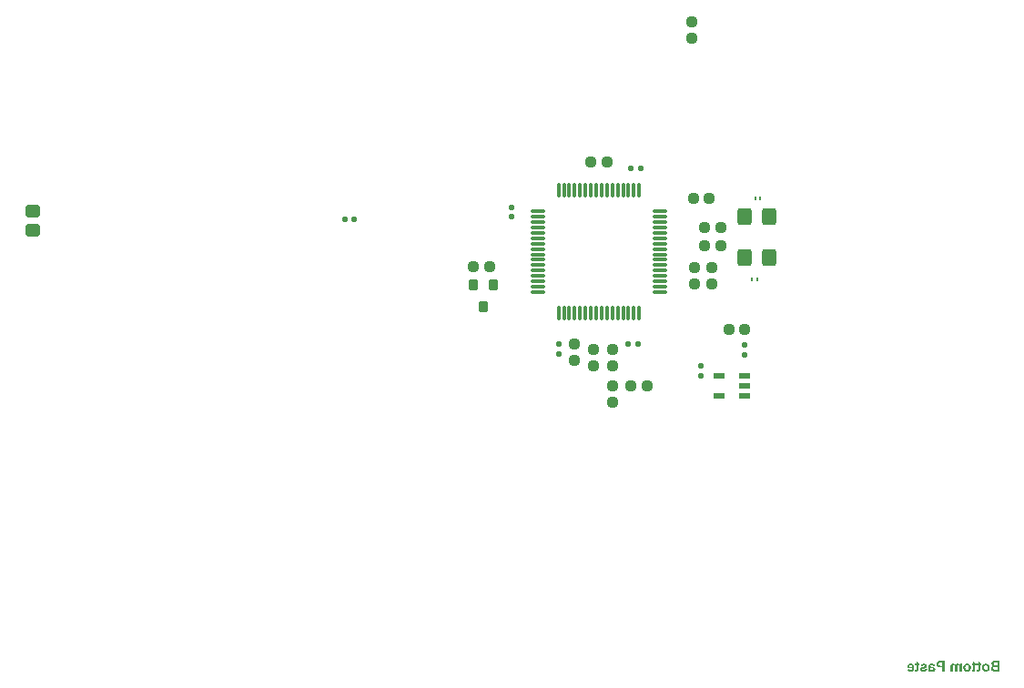
<source format=gbr>
%TF.GenerationSoftware,Altium Limited,Altium Designer,25.8.1 (18)*%
G04 Layer_Color=128*
%FSLAX45Y45*%
%MOMM*%
%TF.SameCoordinates,E40C52F6-B12D-486C-AAC2-1DB2447C0C70*%
%TF.FilePolarity,Positive*%
%TF.FileFunction,Paste,Bot*%
%TF.Part,Single*%
G01*
G75*
%TA.AperFunction,SMDPad,CuDef*%
G04:AMPARAMS|DCode=13|XSize=0.95mm|YSize=0.95mm|CornerRadius=0.2375mm|HoleSize=0mm|Usage=FLASHONLY|Rotation=180.000|XOffset=0mm|YOffset=0mm|HoleType=Round|Shape=RoundedRectangle|*
%AMROUNDEDRECTD13*
21,1,0.95000,0.47500,0,0,180.0*
21,1,0.47500,0.95000,0,0,180.0*
1,1,0.47500,-0.23750,0.23750*
1,1,0.47500,0.23750,0.23750*
1,1,0.47500,0.23750,-0.23750*
1,1,0.47500,-0.23750,-0.23750*
%
%ADD13ROUNDEDRECTD13*%
G04:AMPARAMS|DCode=14|XSize=0.95mm|YSize=0.95mm|CornerRadius=0.2375mm|HoleSize=0mm|Usage=FLASHONLY|Rotation=90.000|XOffset=0mm|YOffset=0mm|HoleType=Round|Shape=RoundedRectangle|*
%AMROUNDEDRECTD14*
21,1,0.95000,0.47500,0,0,90.0*
21,1,0.47500,0.95000,0,0,90.0*
1,1,0.47500,0.23750,0.23750*
1,1,0.47500,0.23750,-0.23750*
1,1,0.47500,-0.23750,-0.23750*
1,1,0.47500,-0.23750,0.23750*
%
%ADD14ROUNDEDRECTD14*%
G04:AMPARAMS|DCode=15|XSize=0.44mm|YSize=0.54mm|CornerRadius=0.11mm|HoleSize=0mm|Usage=FLASHONLY|Rotation=90.000|XOffset=0mm|YOffset=0mm|HoleType=Round|Shape=RoundedRectangle|*
%AMROUNDEDRECTD15*
21,1,0.44000,0.32000,0,0,90.0*
21,1,0.22000,0.54000,0,0,90.0*
1,1,0.22000,0.16000,0.11000*
1,1,0.22000,0.16000,-0.11000*
1,1,0.22000,-0.16000,-0.11000*
1,1,0.22000,-0.16000,0.11000*
%
%ADD15ROUNDEDRECTD15*%
G04:AMPARAMS|DCode=16|XSize=0.44mm|YSize=0.54mm|CornerRadius=0.11mm|HoleSize=0mm|Usage=FLASHONLY|Rotation=0.000|XOffset=0mm|YOffset=0mm|HoleType=Round|Shape=RoundedRectangle|*
%AMROUNDEDRECTD16*
21,1,0.44000,0.32000,0,0,0.0*
21,1,0.22000,0.54000,0,0,0.0*
1,1,0.22000,0.11000,-0.16000*
1,1,0.22000,-0.11000,-0.16000*
1,1,0.22000,-0.11000,0.16000*
1,1,0.22000,0.11000,0.16000*
%
%ADD16ROUNDEDRECTD16*%
G04:AMPARAMS|DCode=22|XSize=1.4mm|YSize=1.15mm|CornerRadius=0.2875mm|HoleSize=0mm|Usage=FLASHONLY|Rotation=180.000|XOffset=0mm|YOffset=0mm|HoleType=Round|Shape=RoundedRectangle|*
%AMROUNDEDRECTD22*
21,1,1.40000,0.57500,0,0,180.0*
21,1,0.82500,1.15000,0,0,180.0*
1,1,0.57500,-0.41250,0.28750*
1,1,0.57500,0.41250,0.28750*
1,1,0.57500,0.41250,-0.28750*
1,1,0.57500,-0.41250,-0.28750*
%
%ADD22ROUNDEDRECTD22*%
G04:AMPARAMS|DCode=25|XSize=0.85mm|YSize=1.1mm|CornerRadius=0.2125mm|HoleSize=0mm|Usage=FLASHONLY|Rotation=180.000|XOffset=0mm|YOffset=0mm|HoleType=Round|Shape=RoundedRectangle|*
%AMROUNDEDRECTD25*
21,1,0.85000,0.67500,0,0,180.0*
21,1,0.42500,1.10000,0,0,180.0*
1,1,0.42500,-0.21250,0.33750*
1,1,0.42500,0.21250,0.33750*
1,1,0.42500,0.21250,-0.33750*
1,1,0.42500,-0.21250,-0.33750*
%
%ADD25ROUNDEDRECTD25*%
%ADD53O,0.30000X1.40000*%
%ADD54O,1.40000X0.30000*%
%ADD55R,0.24994X0.35001*%
G04:AMPARAMS|DCode=56|XSize=1.6mm|YSize=1.4mm|CornerRadius=0.35mm|HoleSize=0mm|Usage=FLASHONLY|Rotation=270.000|XOffset=0mm|YOffset=0mm|HoleType=Round|Shape=RoundedRectangle|*
%AMROUNDEDRECTD56*
21,1,1.60000,0.70000,0,0,270.0*
21,1,0.90000,1.40000,0,0,270.0*
1,1,0.70000,-0.35000,-0.45000*
1,1,0.70000,-0.35000,0.45000*
1,1,0.70000,0.35000,0.45000*
1,1,0.70000,0.35000,-0.45000*
%
%ADD56ROUNDEDRECTD56*%
G04:AMPARAMS|DCode=57|XSize=0.55001mm|YSize=1.1mm|CornerRadius=0.1375mm|HoleSize=0mm|Usage=FLASHONLY|Rotation=270.000|XOffset=0mm|YOffset=0mm|HoleType=Round|Shape=RoundedRectangle|*
%AMROUNDEDRECTD57*
21,1,0.55001,0.82499,0,0,270.0*
21,1,0.27501,1.10000,0,0,270.0*
1,1,0.27501,-0.41250,-0.13750*
1,1,0.27501,-0.41250,0.13750*
1,1,0.27501,0.41250,0.13750*
1,1,0.27501,0.41250,-0.13750*
%
%ADD57ROUNDEDRECTD57*%
G36*
X9508292Y664658D02*
X9510617Y664236D01*
X9512730Y663707D01*
X9514843Y662968D01*
X9516745Y662122D01*
X9518542Y661171D01*
X9520232Y660220D01*
X9521711Y659164D01*
X9523085Y658107D01*
X9524353Y657051D01*
X9525410Y656100D01*
X9526255Y655254D01*
X9526995Y654515D01*
X9527523Y653986D01*
X9527840Y653564D01*
X9527946Y653458D01*
Y663179D01*
X9545169D01*
Y592490D01*
X9526466D01*
Y626831D01*
Y628627D01*
X9526361Y630318D01*
Y631902D01*
X9526255Y633382D01*
X9526149Y634650D01*
X9526044Y635918D01*
X9525832Y636974D01*
X9525727Y637925D01*
X9525621Y638665D01*
X9525410Y639405D01*
X9525304Y640039D01*
X9525198Y640461D01*
X9525093Y640884D01*
Y641095D01*
X9524987Y641307D01*
X9524353Y642892D01*
X9523613Y644265D01*
X9522768Y645427D01*
X9522028Y646378D01*
X9521289Y647118D01*
X9520655Y647646D01*
X9520232Y647963D01*
X9520127Y648069D01*
X9518753Y648914D01*
X9517379Y649443D01*
X9516111Y649865D01*
X9514949Y650182D01*
X9513892Y650394D01*
X9513047Y650499D01*
X9512307D01*
X9511039Y650394D01*
X9509877Y650288D01*
X9508926Y650077D01*
X9508081Y649760D01*
X9507447Y649443D01*
X9507024Y649231D01*
X9506707Y649126D01*
X9506602Y649020D01*
X9505862Y648386D01*
X9505228Y647646D01*
X9504277Y646167D01*
X9503960Y645533D01*
X9503749Y645005D01*
X9503537Y644582D01*
Y644476D01*
X9503326Y643843D01*
X9503220Y643103D01*
X9503009Y642152D01*
X9502903Y641201D01*
X9502692Y638982D01*
X9502586Y636763D01*
X9502481Y634650D01*
Y633699D01*
Y632853D01*
Y632114D01*
Y631585D01*
Y631268D01*
Y631163D01*
Y592490D01*
X9483778D01*
Y626408D01*
Y628204D01*
X9483672Y629895D01*
Y631480D01*
X9483567Y632959D01*
X9483461Y634227D01*
X9483355Y635389D01*
X9483144Y636552D01*
X9483038Y637503D01*
X9482933Y638348D01*
X9482721Y638982D01*
X9482616Y639616D01*
X9482510Y640144D01*
X9482404Y640461D01*
Y640778D01*
X9482299Y640990D01*
X9481665Y642680D01*
X9480925Y644054D01*
X9480080Y645322D01*
X9479235Y646273D01*
X9478495Y647012D01*
X9477861Y647646D01*
X9477438Y647963D01*
X9477333Y648069D01*
X9475959Y648914D01*
X9474691Y649443D01*
X9473423Y649865D01*
X9472366Y650182D01*
X9471310Y650394D01*
X9470570Y650499D01*
X9469936D01*
X9468034Y650288D01*
X9466449Y649865D01*
X9465076Y649231D01*
X9463913Y648492D01*
X9463068Y647752D01*
X9462540Y647118D01*
X9462117Y646695D01*
X9462011Y646484D01*
X9461694Y645850D01*
X9461377Y645005D01*
X9461060Y644054D01*
X9460849Y643103D01*
X9460532Y640778D01*
X9460215Y638559D01*
X9460109Y636340D01*
Y635389D01*
X9460004Y634544D01*
Y633804D01*
Y633276D01*
Y632959D01*
Y632853D01*
Y592490D01*
X9441301D01*
Y637608D01*
Y639405D01*
X9441407Y641201D01*
X9441512Y642786D01*
X9441618Y644159D01*
X9441724Y645533D01*
X9441935Y646695D01*
X9442146Y647752D01*
X9442252Y648809D01*
X9442463Y649654D01*
X9442675Y650288D01*
X9442886Y650922D01*
X9442992Y651450D01*
X9443097Y651767D01*
X9443203Y652084D01*
X9443309Y652296D01*
X9444365Y654409D01*
X9445633Y656311D01*
X9447007Y657896D01*
X9448275Y659269D01*
X9449543Y660220D01*
X9450494Y660960D01*
X9451128Y661488D01*
X9451234Y661594D01*
X9451339D01*
X9453453Y662651D01*
X9455671Y663390D01*
X9457890Y664024D01*
X9459898Y664341D01*
X9461694Y664553D01*
X9462434Y664658D01*
X9463174Y664764D01*
X9464442D01*
X9466661Y664658D01*
X9468774Y664341D01*
X9470781Y663813D01*
X9472472Y663390D01*
X9473951Y662862D01*
X9475008Y662334D01*
X9475431Y662228D01*
X9475748Y662017D01*
X9475853Y661911D01*
X9475959D01*
X9477967Y660749D01*
X9479763Y659481D01*
X9481453Y658001D01*
X9483038Y656628D01*
X9484201Y655360D01*
X9485152Y654409D01*
X9485574Y653986D01*
X9485786Y653669D01*
X9485891Y653564D01*
X9485997Y653458D01*
X9487265Y655466D01*
X9488639Y657156D01*
X9490012Y658635D01*
X9491280Y659798D01*
X9492443Y660749D01*
X9493394Y661383D01*
X9494027Y661805D01*
X9494133Y661911D01*
X9494239D01*
X9496141Y662862D01*
X9498148Y663602D01*
X9500156Y664024D01*
X9501952Y664447D01*
X9503537Y664658D01*
X9504277D01*
X9504805Y664764D01*
X9505968D01*
X9508292Y664658D01*
D02*
G37*
G36*
X9271182Y664553D02*
X9273401Y664341D01*
X9275409Y664024D01*
X9277311Y663602D01*
X9279001Y663179D01*
X9280481Y662756D01*
X9281960Y662334D01*
X9283122Y661805D01*
X9284179Y661383D01*
X9285130Y660960D01*
X9285869Y660537D01*
X9286398Y660220D01*
X9286820Y660009D01*
X9287032Y659903D01*
X9287137Y659798D01*
X9288405Y658847D01*
X9289568Y657684D01*
X9291575Y655360D01*
X9293266Y652824D01*
X9294640Y650288D01*
X9295696Y648069D01*
X9296119Y647118D01*
X9296436Y646273D01*
X9296647Y645533D01*
X9296858Y645005D01*
X9296964Y644688D01*
Y644582D01*
X9280164Y641518D01*
X9279530Y643209D01*
X9278790Y644688D01*
X9278050Y645956D01*
X9277311Y646907D01*
X9276677Y647646D01*
X9276148Y648069D01*
X9275831Y648386D01*
X9275726Y648492D01*
X9274563Y649126D01*
X9273295Y649654D01*
X9271922Y649971D01*
X9270654Y650288D01*
X9269597Y650394D01*
X9268646Y650499D01*
X9266427D01*
X9265159Y650394D01*
X9264103Y650288D01*
X9263046Y650182D01*
X9261250Y649760D01*
X9259876Y649337D01*
X9258925Y648914D01*
X9258185Y648492D01*
X9257763Y648280D01*
X9257657Y648175D01*
X9256706Y647224D01*
X9256072Y645956D01*
X9255544Y644688D01*
X9255227Y643420D01*
X9255016Y642258D01*
X9254910Y641307D01*
Y640567D01*
Y640461D01*
Y640356D01*
Y638559D01*
X9255967Y638137D01*
X9257129Y637714D01*
X9258502Y637291D01*
X9259876Y636869D01*
X9262940Y636129D01*
X9265899Y635389D01*
X9267378Y635072D01*
X9268752Y634755D01*
X9270020Y634544D01*
X9271076Y634333D01*
X9271922Y634121D01*
X9272661Y634016D01*
X9273084Y633910D01*
X9273190D01*
X9274986Y633593D01*
X9276571Y633170D01*
X9278156Y632748D01*
X9279635Y632431D01*
X9280903Y632008D01*
X9282171Y631691D01*
X9283333Y631268D01*
X9284284Y630951D01*
X9285130Y630635D01*
X9285975Y630423D01*
X9286609Y630106D01*
X9287137Y629895D01*
X9287560Y629684D01*
X9287877Y629578D01*
X9287983Y629472D01*
X9288088D01*
X9289885Y628521D01*
X9291470Y627359D01*
X9292843Y626197D01*
X9293900Y625034D01*
X9294851Y623978D01*
X9295485Y623132D01*
X9295907Y622604D01*
X9296013Y622498D01*
Y622393D01*
X9296964Y620596D01*
X9297704Y618800D01*
X9298126Y617004D01*
X9298549Y615313D01*
X9298760Y613834D01*
X9298866Y612777D01*
Y612355D01*
Y612038D01*
Y611826D01*
Y611721D01*
X9298760Y610030D01*
X9298549Y608445D01*
X9298338Y606966D01*
X9297915Y605592D01*
X9296858Y602951D01*
X9296330Y601894D01*
X9295696Y600837D01*
X9295168Y599886D01*
X9294640Y599041D01*
X9294111Y598407D01*
X9293583Y597773D01*
X9293160Y597350D01*
X9292949Y597033D01*
X9292738Y596822D01*
X9292632Y596716D01*
X9291364Y595660D01*
X9290096Y594814D01*
X9288722Y594075D01*
X9287243Y593335D01*
X9284390Y592278D01*
X9281643Y591644D01*
X9280375Y591433D01*
X9279213Y591222D01*
X9278156Y591116D01*
X9277205Y591011D01*
X9276465Y590905D01*
X9275409D01*
X9273084Y591011D01*
X9270971Y591222D01*
X9268963Y591644D01*
X9267273Y592067D01*
X9265793Y592490D01*
X9264737Y592912D01*
X9264314Y593018D01*
X9263997Y593124D01*
X9263891Y593229D01*
X9263786D01*
X9261778Y594180D01*
X9259876Y595343D01*
X9258080Y596505D01*
X9256600Y597562D01*
X9255333Y598618D01*
X9254382Y599464D01*
X9253748Y599992D01*
X9253536Y600203D01*
X9253431Y599992D01*
X9253325Y599675D01*
X9253114Y598935D01*
X9253008Y598301D01*
X9252902Y598090D01*
Y597984D01*
X9252480Y596716D01*
X9252163Y595554D01*
X9251740Y594603D01*
X9251529Y593863D01*
X9251317Y593229D01*
X9251106Y592807D01*
X9251000Y592595D01*
Y592490D01*
X9232509D01*
X9233354Y594286D01*
X9234094Y596082D01*
X9234728Y597667D01*
X9235151Y599041D01*
X9235468Y600203D01*
X9235679Y601154D01*
X9235890Y601683D01*
Y601894D01*
X9235996Y602739D01*
X9236207Y603796D01*
X9236419Y605909D01*
X9236524Y608234D01*
X9236630Y610453D01*
X9236736Y612460D01*
Y613306D01*
Y614151D01*
Y614785D01*
Y615208D01*
Y615525D01*
Y615630D01*
X9236419Y637503D01*
Y639722D01*
X9236524Y641729D01*
X9236630Y643526D01*
X9236841Y645216D01*
X9237053Y646801D01*
X9237264Y648175D01*
X9237475Y649337D01*
X9237687Y650394D01*
X9237898Y651345D01*
X9238109Y652084D01*
X9238321Y652824D01*
X9238532Y653352D01*
X9238743Y653669D01*
X9238849Y653986D01*
X9238955Y654198D01*
X9240011Y655783D01*
X9241385Y657262D01*
X9242759Y658530D01*
X9244238Y659692D01*
X9245506Y660537D01*
X9246668Y661171D01*
X9246985Y661383D01*
X9247302Y661594D01*
X9247513Y661700D01*
X9247619D01*
X9248887Y662228D01*
X9250155Y662756D01*
X9253114Y663496D01*
X9256178Y664024D01*
X9259242Y664341D01*
X9260721Y664553D01*
X9261989Y664658D01*
X9263257D01*
X9264208Y664764D01*
X9268858D01*
X9271182Y664553D01*
D02*
G37*
G36*
X9716662Y677232D02*
Y663179D01*
X9725220D01*
Y648280D01*
X9716662D01*
Y617427D01*
Y615630D01*
Y614045D01*
Y612566D01*
X9716556Y611192D01*
Y609924D01*
X9716450Y608868D01*
Y607917D01*
X9716345Y607071D01*
Y606437D01*
Y605803D01*
X9716239Y605275D01*
Y604852D01*
X9716133Y604430D01*
Y604219D01*
X9715816Y602634D01*
X9715394Y601154D01*
X9714971Y599886D01*
X9714548Y598830D01*
X9714126Y598090D01*
X9713809Y597456D01*
X9713597Y597033D01*
X9713492Y596928D01*
X9712646Y595977D01*
X9711801Y595131D01*
X9710744Y594392D01*
X9709793Y593758D01*
X9708948Y593229D01*
X9708208Y592912D01*
X9707786Y592701D01*
X9707574Y592595D01*
X9705989Y592067D01*
X9704405Y591644D01*
X9702925Y591327D01*
X9701552Y591116D01*
X9700284Y591011D01*
X9699333Y590905D01*
X9698487D01*
X9695529Y591011D01*
X9692676Y591327D01*
X9690140Y591750D01*
X9688027Y592278D01*
X9687076Y592490D01*
X9686230Y592807D01*
X9685491Y593018D01*
X9684857Y593229D01*
X9684328Y593441D01*
X9684011Y593546D01*
X9683800Y593652D01*
X9683694D01*
X9685385Y608128D01*
X9687076Y607600D01*
X9688555Y607177D01*
X9689929Y606860D01*
X9690985Y606649D01*
X9691831Y606543D01*
X9692359Y606437D01*
X9692887D01*
X9694155Y606543D01*
X9695106Y606860D01*
X9695529Y607071D01*
X9695846Y607177D01*
X9695951Y607283D01*
X9696057D01*
X9696797Y608022D01*
X9697325Y608762D01*
X9697536Y609396D01*
X9697642Y609502D01*
Y609607D01*
Y609924D01*
X9697748Y610453D01*
Y611087D01*
X9697853Y611826D01*
Y613517D01*
X9697959Y615208D01*
Y616898D01*
Y617743D01*
Y618377D01*
Y618906D01*
Y619328D01*
Y619645D01*
Y619751D01*
Y648280D01*
X9685174D01*
Y663179D01*
X9697959D01*
Y688221D01*
X9716662Y677232D01*
D02*
G37*
G36*
X9671332D02*
Y663179D01*
X9679890D01*
Y648280D01*
X9671332D01*
Y617427D01*
Y615630D01*
Y614045D01*
Y612566D01*
X9671226Y611192D01*
Y609924D01*
X9671120Y608868D01*
Y607917D01*
X9671015Y607071D01*
Y606437D01*
Y605803D01*
X9670909Y605275D01*
Y604852D01*
X9670803Y604430D01*
Y604219D01*
X9670486Y602634D01*
X9670064Y601154D01*
X9669641Y599886D01*
X9669218Y598830D01*
X9668796Y598090D01*
X9668479Y597456D01*
X9668267Y597033D01*
X9668162Y596928D01*
X9667316Y595977D01*
X9666471Y595131D01*
X9665415Y594392D01*
X9664464Y593758D01*
X9663618Y593229D01*
X9662879Y592912D01*
X9662456Y592701D01*
X9662245Y592595D01*
X9660660Y592067D01*
X9659075Y591644D01*
X9657595Y591327D01*
X9656222Y591116D01*
X9654954Y591011D01*
X9654003Y590905D01*
X9653157D01*
X9650199Y591011D01*
X9647346Y591327D01*
X9644810Y591750D01*
X9642697Y592278D01*
X9641746Y592490D01*
X9640900Y592807D01*
X9640161Y593018D01*
X9639527Y593229D01*
X9638999Y593441D01*
X9638682Y593546D01*
X9638470Y593652D01*
X9638365D01*
X9640055Y608128D01*
X9641746Y607600D01*
X9643225Y607177D01*
X9644599Y606860D01*
X9645655Y606649D01*
X9646501Y606543D01*
X9647029Y606437D01*
X9647557D01*
X9648825Y606543D01*
X9649776Y606860D01*
X9650199Y607071D01*
X9650516Y607177D01*
X9650622Y607283D01*
X9650727D01*
X9651467Y608022D01*
X9651995Y608762D01*
X9652207Y609396D01*
X9652312Y609502D01*
Y609607D01*
Y609924D01*
X9652418Y610453D01*
Y611087D01*
X9652523Y611826D01*
Y613517D01*
X9652629Y615208D01*
Y616898D01*
Y617743D01*
Y618377D01*
Y618906D01*
Y619328D01*
Y619645D01*
Y619751D01*
Y648280D01*
X9639844D01*
Y663179D01*
X9652629D01*
Y688221D01*
X9671332Y677232D01*
D02*
G37*
G36*
X9141532Y677232D02*
Y663179D01*
X9150091D01*
Y648280D01*
X9141532D01*
Y617426D01*
Y615630D01*
Y614045D01*
Y612566D01*
X9141427Y611192D01*
Y609924D01*
X9141321Y608867D01*
Y607916D01*
X9141215Y607071D01*
Y606437D01*
Y605803D01*
X9141110Y605275D01*
Y604852D01*
X9141004Y604430D01*
Y604218D01*
X9140687Y602633D01*
X9140264Y601154D01*
X9139842Y599886D01*
X9139419Y598829D01*
X9138996Y598090D01*
X9138679Y597456D01*
X9138468Y597033D01*
X9138362Y596927D01*
X9137517Y595976D01*
X9136672Y595131D01*
X9135615Y594391D01*
X9134664Y593758D01*
X9133819Y593229D01*
X9133079Y592912D01*
X9132657Y592701D01*
X9132445Y592595D01*
X9130860Y592067D01*
X9129275Y591644D01*
X9127796Y591327D01*
X9126422Y591116D01*
X9125154Y591010D01*
X9124203Y590905D01*
X9123358D01*
X9120400Y591010D01*
X9117547Y591327D01*
X9115011Y591750D01*
X9112897Y592278D01*
X9111946Y592490D01*
X9111101Y592807D01*
X9110362Y593018D01*
X9109728Y593229D01*
X9109199Y593441D01*
X9108882Y593546D01*
X9108671Y593652D01*
X9108565D01*
X9110256Y608128D01*
X9111946Y607599D01*
X9113426Y607177D01*
X9114799Y606860D01*
X9115856Y606649D01*
X9116701Y606543D01*
X9117230Y606437D01*
X9117758D01*
X9119026Y606543D01*
X9119977Y606860D01*
X9120400Y607071D01*
X9120717Y607177D01*
X9120822Y607283D01*
X9120928D01*
X9121668Y608022D01*
X9122196Y608762D01*
X9122407Y609396D01*
X9122513Y609501D01*
Y609607D01*
Y609924D01*
X9122619Y610452D01*
Y611086D01*
X9122724Y611826D01*
Y613517D01*
X9122830Y615207D01*
Y616898D01*
Y617743D01*
Y618377D01*
Y618906D01*
Y619328D01*
Y619645D01*
Y619751D01*
Y648280D01*
X9110045D01*
Y663179D01*
X9122830D01*
Y688221D01*
X9141532Y677232D01*
D02*
G37*
G36*
X9072745Y664658D02*
X9075281Y664341D01*
X9077606Y663813D01*
X9079719Y663179D01*
X9081832Y662439D01*
X9083734Y661594D01*
X9085530Y660643D01*
X9087115Y659798D01*
X9088489Y658847D01*
X9089757Y657896D01*
X9090919Y657050D01*
X9091765Y656311D01*
X9092504Y655677D01*
X9093033Y655148D01*
X9093350Y654831D01*
X9093455Y654726D01*
X9095040Y652824D01*
X9096414Y650710D01*
X9097682Y648491D01*
X9098738Y646273D01*
X9099584Y643948D01*
X9100323Y641623D01*
X9100957Y639404D01*
X9101380Y637291D01*
X9101803Y635178D01*
X9102014Y633382D01*
X9102225Y631585D01*
X9102437Y630106D01*
Y628944D01*
X9102542Y627993D01*
Y627464D01*
Y627253D01*
X9102437Y624611D01*
X9102225Y621970D01*
X9101908Y619540D01*
X9101486Y617215D01*
X9100957Y615102D01*
X9100323Y613094D01*
X9099689Y611192D01*
X9099055Y609501D01*
X9098421Y608022D01*
X9097787Y606649D01*
X9097154Y605592D01*
X9096625Y604641D01*
X9096203Y603796D01*
X9095886Y603267D01*
X9095674Y602950D01*
X9095569Y602845D01*
X9093772Y600731D01*
X9091870Y598935D01*
X9089757Y597350D01*
X9087644Y595976D01*
X9085319Y594814D01*
X9083100Y593863D01*
X9080881Y593018D01*
X9078662Y592384D01*
X9076549Y591856D01*
X9074647Y591539D01*
X9072851Y591222D01*
X9071371Y591116D01*
X9070104Y591010D01*
X9069153Y590905D01*
X9068307D01*
X9066194Y591010D01*
X9064186Y591116D01*
X9062179Y591433D01*
X9060382Y591750D01*
X9058692Y592173D01*
X9057107Y592595D01*
X9055628Y593018D01*
X9054254Y593546D01*
X9053092Y594075D01*
X9052035Y594497D01*
X9051084Y594920D01*
X9050344Y595342D01*
X9049710Y595659D01*
X9049288Y595976D01*
X9049076Y596082D01*
X9048971Y596188D01*
X9047597Y597244D01*
X9046223Y598407D01*
X9043899Y600943D01*
X9041891Y603479D01*
X9040306Y606015D01*
X9039672Y607177D01*
X9039144Y608339D01*
X9038616Y609290D01*
X9038193Y610135D01*
X9037982Y610875D01*
X9037770Y611403D01*
X9037559Y611720D01*
Y611826D01*
X9056156Y614996D01*
X9056790Y613094D01*
X9057530Y611509D01*
X9058269Y610135D01*
X9059114Y609079D01*
X9059748Y608233D01*
X9060277Y607599D01*
X9060699Y607283D01*
X9060805Y607177D01*
X9061967Y606437D01*
X9063235Y605803D01*
X9064398Y605381D01*
X9065560Y605169D01*
X9066617Y604958D01*
X9067356Y604852D01*
X9068096D01*
X9069258Y604958D01*
X9070421Y605064D01*
X9072534Y605592D01*
X9074436Y606332D01*
X9076021Y607177D01*
X9077289Y607916D01*
X9078240Y608656D01*
X9078768Y609184D01*
X9078874Y609396D01*
X9078979D01*
X9080459Y611298D01*
X9081515Y613411D01*
X9082255Y615630D01*
X9082783Y617743D01*
X9083100Y619540D01*
X9083206Y620385D01*
X9083312Y621124D01*
X9083417Y621653D01*
Y622181D01*
Y622392D01*
Y622498D01*
X9036608D01*
Y626408D01*
X9036925Y630000D01*
X9037348Y633382D01*
X9037876Y636551D01*
X9038510Y639404D01*
X9039250Y641940D01*
X9039989Y644371D01*
X9040835Y646484D01*
X9041680Y648280D01*
X9042525Y649865D01*
X9043265Y651239D01*
X9044005Y652401D01*
X9044533Y653246D01*
X9044955Y653775D01*
X9045272Y654197D01*
X9045378Y654303D01*
X9047174Y656099D01*
X9049076Y657790D01*
X9051084Y659164D01*
X9053092Y660326D01*
X9055205Y661382D01*
X9057213Y662228D01*
X9059220Y662862D01*
X9061228Y663496D01*
X9063024Y663918D01*
X9064715Y664235D01*
X9066300Y664447D01*
X9067568Y664552D01*
X9068730Y664658D01*
X9069470Y664764D01*
X9070209D01*
X9072745Y664658D01*
D02*
G37*
G36*
X9898932Y592490D02*
X9862372D01*
X9859308Y592595D01*
X9854130D01*
X9851911Y592701D01*
X9850010D01*
X9848319Y592807D01*
X9846840D01*
X9845677Y592912D01*
X9844621D01*
X9843775Y593018D01*
X9843141D01*
X9842613Y593124D01*
X9842085D01*
X9839232Y593546D01*
X9836696Y594180D01*
X9834371Y594920D01*
X9832469Y595765D01*
X9830990Y596505D01*
X9830356Y596822D01*
X9829828Y597033D01*
X9829405Y597350D01*
X9829088Y597562D01*
X9828982Y597667D01*
X9828877D01*
X9826975Y599147D01*
X9825284Y600837D01*
X9823805Y602528D01*
X9822643Y604113D01*
X9821692Y605486D01*
X9820952Y606649D01*
X9820741Y607071D01*
X9820529Y607388D01*
X9820424Y607600D01*
Y607705D01*
X9819367Y610136D01*
X9818627Y612460D01*
X9817993Y614574D01*
X9817676Y616581D01*
X9817465Y618272D01*
X9817359Y619011D01*
X9817254Y619540D01*
Y620068D01*
Y620385D01*
Y620596D01*
Y620702D01*
Y622287D01*
X9817465Y623766D01*
X9817993Y626619D01*
X9818839Y629050D01*
X9819684Y631268D01*
X9820107Y632114D01*
X9820529Y632959D01*
X9820952Y633699D01*
X9821375Y634333D01*
X9821692Y634755D01*
X9821903Y635072D01*
X9822009Y635284D01*
X9822114Y635389D01*
X9824016Y637608D01*
X9826235Y639405D01*
X9828560Y640990D01*
X9830673Y642152D01*
X9832681Y643103D01*
X9833526Y643420D01*
X9834266Y643737D01*
X9834900Y643948D01*
X9835322Y644159D01*
X9835639Y644265D01*
X9835745D01*
X9833526Y645427D01*
X9831518Y646801D01*
X9829828Y648280D01*
X9828348Y649654D01*
X9827186Y650922D01*
X9826341Y651873D01*
X9826129Y652296D01*
X9825918Y652613D01*
X9825707Y652718D01*
Y652824D01*
X9824439Y655043D01*
X9823594Y657156D01*
X9822960Y659269D01*
X9822431Y661277D01*
X9822220Y662968D01*
X9822114Y663602D01*
Y664236D01*
X9822009Y664764D01*
Y665081D01*
Y665292D01*
Y665398D01*
X9822114Y667723D01*
X9822431Y669836D01*
X9822960Y671843D01*
X9823488Y673534D01*
X9824122Y674908D01*
X9824544Y675964D01*
X9824756Y676281D01*
X9824967Y676598D01*
X9825073Y676704D01*
Y676810D01*
X9826235Y678606D01*
X9827503Y680191D01*
X9828771Y681565D01*
X9829933Y682833D01*
X9830990Y683678D01*
X9831835Y684417D01*
X9832364Y684840D01*
X9832469Y684946D01*
X9832575D01*
X9834266Y686002D01*
X9836062Y686848D01*
X9837752Y687587D01*
X9839337Y688116D01*
X9840711Y688538D01*
X9841768Y688750D01*
X9842190Y688855D01*
X9842507Y688961D01*
X9842719D01*
X9843881Y689172D01*
X9845043Y689278D01*
X9847791Y689595D01*
X9850643Y689806D01*
X9853496Y689912D01*
X9854764D01*
X9856032Y690018D01*
X9898932D01*
Y592490D01*
D02*
G37*
G36*
X9384665D02*
X9365012D01*
Y629261D01*
X9349796D01*
X9347472Y629367D01*
X9345358D01*
X9343351Y629472D01*
X9341554Y629578D01*
X9339864Y629684D01*
X9338279Y629789D01*
X9336905Y630001D01*
X9335743Y630106D01*
X9334686Y630212D01*
X9333735Y630318D01*
X9332996Y630423D01*
X9332467Y630529D01*
X9332045D01*
X9331833Y630635D01*
X9331728D01*
X9329826Y631163D01*
X9327924Y631797D01*
X9326233Y632536D01*
X9324754Y633276D01*
X9323380Y634016D01*
X9322429Y634650D01*
X9321795Y635072D01*
X9321690Y635178D01*
X9321584D01*
X9319788Y636657D01*
X9318097Y638242D01*
X9316723Y639827D01*
X9315455Y641307D01*
X9314504Y642680D01*
X9313870Y643843D01*
X9313553Y644265D01*
X9313342Y644582D01*
X9313236Y644688D01*
Y644793D01*
X9312180Y647224D01*
X9311334Y649760D01*
X9310806Y652296D01*
X9310383Y654620D01*
X9310278Y655783D01*
X9310172Y656734D01*
X9310066Y657684D01*
X9309961Y658424D01*
Y659058D01*
Y659481D01*
Y659798D01*
Y659903D01*
X9310066Y662017D01*
X9310172Y664130D01*
X9310489Y666032D01*
X9310806Y667828D01*
X9311229Y669519D01*
X9311757Y671104D01*
X9312285Y672477D01*
X9312814Y673851D01*
X9313342Y675013D01*
X9313870Y675964D01*
X9314293Y676915D01*
X9314821Y677655D01*
X9315138Y678183D01*
X9315455Y678606D01*
X9315561Y678817D01*
X9315667Y678923D01*
X9316723Y680297D01*
X9317886Y681459D01*
X9319048Y682516D01*
X9320316Y683572D01*
X9322640Y685263D01*
X9324859Y686531D01*
X9326761Y687482D01*
X9327607Y687799D01*
X9328346Y688116D01*
X9328875Y688327D01*
X9329297Y688433D01*
X9329614Y688538D01*
X9329720D01*
X9330882Y688750D01*
X9332256Y689067D01*
X9333841Y689278D01*
X9335637Y689384D01*
X9337539Y689489D01*
X9339441Y689701D01*
X9343456Y689806D01*
X9345358Y689912D01*
X9347049D01*
X9348739Y690018D01*
X9384665D01*
Y592490D01*
D02*
G37*
G36*
X9772558Y664553D02*
X9776045Y664024D01*
X9779215Y663285D01*
X9780694Y662862D01*
X9782068Y662439D01*
X9783230Y662017D01*
X9784287Y661594D01*
X9785237Y661171D01*
X9786083Y660854D01*
X9786717Y660537D01*
X9787139Y660326D01*
X9787456Y660220D01*
X9787562Y660115D01*
X9790521Y658213D01*
X9793057Y656100D01*
X9795276Y653881D01*
X9797178Y651767D01*
X9798551Y649865D01*
X9799185Y649020D01*
X9799608Y648280D01*
X9799925Y647646D01*
X9800242Y647224D01*
X9800347Y646907D01*
X9800453Y646801D01*
X9801298Y645216D01*
X9801932Y643526D01*
X9803095Y640356D01*
X9803834Y637291D01*
X9804468Y634544D01*
X9804574Y633276D01*
X9804785Y632219D01*
X9804891Y631163D01*
Y630318D01*
X9804997Y629684D01*
Y629155D01*
Y628838D01*
Y628733D01*
X9804891Y626514D01*
X9804785Y624400D01*
X9804574Y622287D01*
X9804257Y620385D01*
X9803940Y618589D01*
X9803517Y616898D01*
X9803095Y615313D01*
X9802672Y613834D01*
X9802249Y612566D01*
X9801932Y611404D01*
X9801510Y610453D01*
X9801193Y609607D01*
X9800876Y608973D01*
X9800664Y608551D01*
X9800453Y608234D01*
Y608128D01*
X9798551Y605169D01*
X9796438Y602528D01*
X9794219Y600309D01*
X9792106Y598513D01*
X9790098Y597139D01*
X9789358Y596505D01*
X9788619Y596082D01*
X9787985Y595660D01*
X9787562Y595448D01*
X9787245Y595343D01*
X9787139Y595237D01*
X9783864Y593758D01*
X9780588Y592701D01*
X9777418Y591961D01*
X9774565Y591433D01*
X9773297Y591222D01*
X9772135Y591116D01*
X9771184Y591011D01*
X9770339D01*
X9769599Y590905D01*
X9768648D01*
X9765795Y591011D01*
X9763048Y591327D01*
X9760406Y591856D01*
X9757976Y592595D01*
X9755652Y593335D01*
X9753538Y594180D01*
X9751531Y595131D01*
X9749734Y596188D01*
X9748149Y597139D01*
X9746776Y598090D01*
X9745508Y598935D01*
X9744557Y599781D01*
X9743712Y600415D01*
X9743078Y600943D01*
X9742761Y601260D01*
X9742655Y601366D01*
X9740859Y603373D01*
X9739274Y605592D01*
X9737900Y607705D01*
X9736632Y610030D01*
X9735681Y612249D01*
X9734836Y614468D01*
X9734096Y616581D01*
X9733568Y618694D01*
X9733145Y620596D01*
X9732828Y622393D01*
X9732617Y623978D01*
X9732405Y625351D01*
Y626408D01*
X9732300Y627253D01*
Y627782D01*
Y627993D01*
X9732405Y630951D01*
X9732722Y633699D01*
X9733251Y636340D01*
X9733885Y638771D01*
X9734624Y641095D01*
X9735575Y643314D01*
X9736421Y645322D01*
X9737372Y647118D01*
X9738428Y648703D01*
X9739274Y650182D01*
X9740119Y651345D01*
X9740964Y652401D01*
X9741598Y653247D01*
X9742127Y653775D01*
X9742444Y654198D01*
X9742549Y654303D01*
X9744557Y656100D01*
X9746564Y657790D01*
X9748783Y659164D01*
X9751002Y660326D01*
X9753116Y661383D01*
X9755335Y662228D01*
X9757448Y662862D01*
X9759455Y663496D01*
X9761357Y663919D01*
X9763154Y664236D01*
X9764739Y664447D01*
X9766112Y664553D01*
X9767169Y664658D01*
X9768014Y664764D01*
X9770656D01*
X9772558Y664553D01*
D02*
G37*
G36*
X9598741D02*
X9602227Y664024D01*
X9605397Y663285D01*
X9606877Y662862D01*
X9608250Y662439D01*
X9609413Y662017D01*
X9610469Y661594D01*
X9611420Y661171D01*
X9612266Y660854D01*
X9612899Y660537D01*
X9613322Y660326D01*
X9613639Y660220D01*
X9613745Y660115D01*
X9616703Y658213D01*
X9619239Y656100D01*
X9621458Y653881D01*
X9623360Y651767D01*
X9624734Y649865D01*
X9625368Y649020D01*
X9625791Y648280D01*
X9626107Y647646D01*
X9626424Y647224D01*
X9626530Y646907D01*
X9626636Y646801D01*
X9627481Y645216D01*
X9628115Y643526D01*
X9629277Y640356D01*
X9630017Y637291D01*
X9630651Y634544D01*
X9630757Y633276D01*
X9630968Y632219D01*
X9631074Y631163D01*
Y630318D01*
X9631179Y629684D01*
Y629155D01*
Y628838D01*
Y628733D01*
X9631074Y626514D01*
X9630968Y624400D01*
X9630757Y622287D01*
X9630440Y620385D01*
X9630123Y618589D01*
X9629700Y616898D01*
X9629277Y615313D01*
X9628855Y613834D01*
X9628432Y612566D01*
X9628115Y611404D01*
X9627692Y610453D01*
X9627375Y609607D01*
X9627058Y608973D01*
X9626847Y608551D01*
X9626636Y608234D01*
Y608128D01*
X9624734Y605169D01*
X9622621Y602528D01*
X9620402Y600309D01*
X9618288Y598513D01*
X9616281Y597139D01*
X9615541Y596505D01*
X9614801Y596082D01*
X9614167Y595660D01*
X9613745Y595448D01*
X9613428Y595343D01*
X9613322Y595237D01*
X9610047Y593758D01*
X9606771Y592701D01*
X9603601Y591961D01*
X9600748Y591433D01*
X9599480Y591222D01*
X9598318Y591116D01*
X9597367Y591011D01*
X9596522D01*
X9595782Y590905D01*
X9594831D01*
X9591978Y591011D01*
X9589231Y591327D01*
X9586589Y591856D01*
X9584159Y592595D01*
X9581834Y593335D01*
X9579721Y594180D01*
X9577713Y595131D01*
X9575917Y596188D01*
X9574332Y597139D01*
X9572959Y598090D01*
X9571691Y598935D01*
X9570740Y599781D01*
X9569894Y600415D01*
X9569260Y600943D01*
X9568943Y601260D01*
X9568838Y601366D01*
X9567041Y603373D01*
X9565456Y605592D01*
X9564083Y607705D01*
X9562815Y610030D01*
X9561864Y612249D01*
X9561018Y614468D01*
X9560279Y616581D01*
X9559751Y618694D01*
X9559328Y620596D01*
X9559011Y622393D01*
X9558800Y623978D01*
X9558588Y625351D01*
Y626408D01*
X9558483Y627253D01*
Y627782D01*
Y627993D01*
X9558588Y630951D01*
X9558905Y633699D01*
X9559434Y636340D01*
X9560067Y638771D01*
X9560807Y641095D01*
X9561758Y643314D01*
X9562603Y645322D01*
X9563554Y647118D01*
X9564611Y648703D01*
X9565456Y650182D01*
X9566302Y651345D01*
X9567147Y652401D01*
X9567781Y653247D01*
X9568309Y653775D01*
X9568626Y654198D01*
X9568732Y654303D01*
X9570740Y656100D01*
X9572747Y657790D01*
X9574966Y659164D01*
X9577185Y660326D01*
X9579298Y661383D01*
X9581517Y662228D01*
X9583631Y662862D01*
X9585638Y663496D01*
X9587540Y663919D01*
X9589336Y664236D01*
X9590921Y664447D01*
X9592295Y664553D01*
X9593352Y664658D01*
X9594197Y664764D01*
X9596839D01*
X9598741Y664553D01*
D02*
G37*
G36*
X9195315Y664658D02*
X9197851Y664447D01*
X9200282Y664130D01*
X9202501Y663813D01*
X9204508Y663285D01*
X9206304Y662756D01*
X9207995Y662228D01*
X9209474Y661594D01*
X9210742Y660960D01*
X9211905Y660432D01*
X9212856Y659903D01*
X9213595Y659375D01*
X9214229Y659058D01*
X9214652Y658741D01*
X9214863Y658530D01*
X9214969Y658424D01*
X9216237Y657262D01*
X9217293Y655994D01*
X9218244Y654726D01*
X9219090Y653352D01*
X9219829Y652084D01*
X9220358Y650816D01*
X9221203Y648386D01*
X9221520Y647224D01*
X9221731Y646273D01*
X9221943Y645322D01*
X9222048Y644582D01*
X9222154Y643843D01*
Y643420D01*
Y643103D01*
Y642997D01*
X9222048Y641201D01*
X9221837Y639405D01*
X9221414Y637820D01*
X9220886Y636235D01*
X9220252Y634861D01*
X9219512Y633487D01*
X9218773Y632325D01*
X9217927Y631268D01*
X9217188Y630318D01*
X9216448Y629472D01*
X9215709Y628733D01*
X9215075Y628204D01*
X9214546Y627782D01*
X9214124Y627465D01*
X9213912Y627253D01*
X9213807Y627148D01*
X9212539Y626408D01*
X9210848Y625563D01*
X9208946Y624823D01*
X9206833Y623978D01*
X9204508Y623238D01*
X9202078Y622498D01*
X9197323Y621019D01*
X9194893Y620385D01*
X9192674Y619857D01*
X9190666Y619328D01*
X9188870Y618906D01*
X9187391Y618589D01*
X9186228Y618272D01*
X9185806Y618166D01*
X9185489D01*
X9185383Y618060D01*
X9185277D01*
X9183587Y617638D01*
X9182213Y617215D01*
X9181156Y616793D01*
X9180311Y616370D01*
X9179783Y616053D01*
X9179360Y615736D01*
X9179149Y615630D01*
X9179043Y615525D01*
X9178620Y614996D01*
X9178198Y614362D01*
X9177881Y613306D01*
X9177775Y612777D01*
X9177669Y612355D01*
Y612143D01*
Y612038D01*
X9177775Y610875D01*
X9178092Y609924D01*
X9178515Y609079D01*
X9178937Y608339D01*
X9179360Y607811D01*
X9179783Y607388D01*
X9180100Y607177D01*
X9180205Y607071D01*
X9181685Y606226D01*
X9183375Y605592D01*
X9185172Y605064D01*
X9186968Y604747D01*
X9188553Y604535D01*
X9189293D01*
X9189927Y604430D01*
X9191089D01*
X9193413Y604535D01*
X9195421Y604852D01*
X9197217Y605275D01*
X9198697Y605803D01*
X9199859Y606332D01*
X9200704Y606754D01*
X9201127Y607071D01*
X9201338Y607177D01*
X9202606Y608339D01*
X9203557Y609607D01*
X9204402Y610981D01*
X9205036Y612355D01*
X9205565Y613517D01*
X9205882Y614574D01*
X9205987Y615208D01*
X9206093Y615313D01*
Y615419D01*
X9224796Y612566D01*
X9224267Y610770D01*
X9223633Y608973D01*
X9222894Y607388D01*
X9222048Y605909D01*
X9221097Y604430D01*
X9220252Y603162D01*
X9219301Y602000D01*
X9218350Y600837D01*
X9217505Y599886D01*
X9216659Y599041D01*
X9215920Y598407D01*
X9215286Y597773D01*
X9214652Y597350D01*
X9214229Y597033D01*
X9214018Y596822D01*
X9213912Y596716D01*
X9212222Y595660D01*
X9210531Y594814D01*
X9208629Y594075D01*
X9206727Y593335D01*
X9202923Y592278D01*
X9199225Y591644D01*
X9197534Y591433D01*
X9196055Y591222D01*
X9194576Y591116D01*
X9193413Y591011D01*
X9192357Y590905D01*
X9190983D01*
X9188130Y591011D01*
X9185383Y591222D01*
X9182847Y591539D01*
X9180522Y591961D01*
X9178409Y592490D01*
X9176402Y593124D01*
X9174605Y593758D01*
X9173020Y594392D01*
X9171647Y595025D01*
X9170379Y595659D01*
X9169322Y596293D01*
X9168477Y596822D01*
X9167843Y597244D01*
X9167420Y597561D01*
X9167103Y597773D01*
X9166997Y597878D01*
X9165518Y599252D01*
X9164356Y600626D01*
X9163194Y601999D01*
X9162243Y603479D01*
X9161503Y604852D01*
X9160869Y606226D01*
X9160341Y607599D01*
X9159918Y608867D01*
X9159495Y610030D01*
X9159284Y611086D01*
X9159073Y612143D01*
X9158967Y612988D01*
X9158861Y613622D01*
Y614151D01*
Y614468D01*
Y614573D01*
X9158967Y616158D01*
X9159073Y617743D01*
X9159812Y620491D01*
X9160763Y622815D01*
X9161820Y624823D01*
X9162348Y625668D01*
X9162877Y626408D01*
X9163405Y627042D01*
X9163827Y627464D01*
X9164250Y627887D01*
X9164567Y628204D01*
X9164673Y628310D01*
X9164778Y628415D01*
X9165941Y629366D01*
X9167420Y630212D01*
X9168899Y631057D01*
X9170484Y631797D01*
X9173971Y633276D01*
X9177352Y634438D01*
X9179043Y634967D01*
X9180522Y635389D01*
X9182002Y635812D01*
X9183164Y636129D01*
X9184221Y636446D01*
X9184960Y636657D01*
X9185383Y636763D01*
X9185594D01*
X9188236Y637397D01*
X9190666Y637925D01*
X9192779Y638559D01*
X9194576Y638982D01*
X9196266Y639510D01*
X9197640Y639933D01*
X9198908Y640356D01*
X9199859Y640673D01*
X9200704Y640990D01*
X9201444Y641307D01*
X9201972Y641518D01*
X9202395Y641729D01*
X9202712Y641835D01*
X9202923Y641941D01*
X9203029Y642046D01*
X9203663Y642575D01*
X9204085Y643209D01*
X9204402Y643737D01*
X9204614Y644265D01*
X9204719Y644688D01*
X9204825Y645110D01*
Y645322D01*
Y645427D01*
X9204719Y646273D01*
X9204508Y647012D01*
X9204191Y647646D01*
X9203768Y648175D01*
X9203346Y648597D01*
X9203029Y649020D01*
X9202818Y649126D01*
X9202712Y649231D01*
X9201338Y649971D01*
X9199753Y650499D01*
X9197957Y650816D01*
X9196266Y651133D01*
X9194681Y651239D01*
X9193413Y651345D01*
X9192251D01*
X9190243Y651239D01*
X9188342Y651028D01*
X9186862Y650605D01*
X9185594Y650288D01*
X9184538Y649865D01*
X9183904Y649443D01*
X9183375Y649231D01*
X9183270Y649126D01*
X9182213Y648175D01*
X9181262Y647224D01*
X9180522Y646167D01*
X9179888Y645110D01*
X9179466Y644159D01*
X9179149Y643420D01*
X9178937Y642997D01*
Y642786D01*
X9161292Y646061D01*
X9162454Y649337D01*
X9163194Y650816D01*
X9163933Y652084D01*
X9164778Y653352D01*
X9165624Y654514D01*
X9166469Y655571D01*
X9167209Y656522D01*
X9168054Y657262D01*
X9168688Y658001D01*
X9169428Y658635D01*
X9169956Y659164D01*
X9170484Y659481D01*
X9170801Y659798D01*
X9171013Y660009D01*
X9171118D01*
X9172492Y660854D01*
X9174077Y661594D01*
X9175662Y662228D01*
X9177458Y662756D01*
X9180945Y663602D01*
X9184432Y664130D01*
X9186123Y664341D01*
X9187602Y664553D01*
X9188976Y664658D01*
X9190243D01*
X9191194Y664764D01*
X9192568D01*
X9195315Y664658D01*
D02*
G37*
%LPC*%
G36*
X9254910Y626408D02*
Y622604D01*
Y620279D01*
X9255016Y618377D01*
X9255121Y616793D01*
X9255227Y615525D01*
X9255438Y614679D01*
X9255544Y614045D01*
X9255650Y613623D01*
Y613517D01*
X9256178Y612249D01*
X9256812Y611087D01*
X9257551Y610030D01*
X9258397Y609079D01*
X9259031Y608339D01*
X9259665Y607811D01*
X9260087Y607494D01*
X9260193Y607388D01*
X9261884Y606332D01*
X9263574Y605486D01*
X9265265Y604958D01*
X9266744Y604535D01*
X9268012Y604324D01*
X9268963Y604219D01*
X9269597Y604113D01*
X9269808D01*
X9271393Y604219D01*
X9272873Y604535D01*
X9274141Y605064D01*
X9275303Y605592D01*
X9276148Y606015D01*
X9276782Y606543D01*
X9277205Y606860D01*
X9277311Y606966D01*
X9278262Y608128D01*
X9279001Y609185D01*
X9279424Y610347D01*
X9279847Y611404D01*
X9280058Y612355D01*
X9280164Y613094D01*
Y613517D01*
Y613728D01*
X9280058Y615102D01*
X9279635Y616370D01*
X9279001Y617532D01*
X9278367Y618483D01*
X9277733Y619223D01*
X9277099Y619857D01*
X9276677Y620174D01*
X9276571Y620279D01*
X9276043Y620596D01*
X9275409Y620913D01*
X9273929Y621442D01*
X9272239Y621970D01*
X9270548Y622498D01*
X9268963Y622815D01*
X9267695Y623132D01*
X9267167Y623344D01*
X9266744D01*
X9266533Y623449D01*
X9266427D01*
X9263680Y624083D01*
X9261355Y624612D01*
X9259348Y625140D01*
X9257763Y625563D01*
X9256495Y625880D01*
X9255650Y626197D01*
X9255121Y626302D01*
X9254910Y626408D01*
D02*
G37*
G36*
X9069787Y650499D02*
X9069153D01*
X9067145Y650288D01*
X9065243Y649865D01*
X9063552Y649125D01*
X9062179Y648386D01*
X9061016Y647540D01*
X9060171Y646801D01*
X9059643Y646378D01*
X9059431Y646167D01*
X9058058Y644476D01*
X9057107Y642469D01*
X9056367Y640461D01*
X9055839Y638453D01*
X9055522Y636657D01*
X9055416Y635917D01*
X9055311Y635283D01*
X9055205Y634649D01*
Y634227D01*
Y634015D01*
Y633910D01*
X9083100D01*
X9082995Y636657D01*
X9082572Y638982D01*
X9081938Y641095D01*
X9081198Y642786D01*
X9080459Y644159D01*
X9079825Y645110D01*
X9079402Y645744D01*
X9079191Y645956D01*
X9078451Y646801D01*
X9077606Y647435D01*
X9076021Y648597D01*
X9074330Y649442D01*
X9072745Y649971D01*
X9071266Y650288D01*
X9070209Y650393D01*
X9069787Y650499D01*
D02*
G37*
G36*
X9879278Y673745D02*
X9861210D01*
X9859414Y673640D01*
X9856561D01*
X9855293Y673534D01*
X9853496D01*
X9852757Y673428D01*
X9851806D01*
X9851489Y673323D01*
X9851172D01*
X9849376Y673006D01*
X9847896Y672583D01*
X9846628Y672055D01*
X9845572Y671421D01*
X9844726Y670892D01*
X9844092Y670364D01*
X9843775Y670047D01*
X9843670Y669942D01*
X9842824Y668779D01*
X9842190Y667617D01*
X9841768Y666349D01*
X9841451Y665187D01*
X9841239Y664236D01*
X9841134Y663390D01*
Y662862D01*
Y662651D01*
X9841239Y660960D01*
X9841556Y659481D01*
X9842085Y658107D01*
X9842613Y657051D01*
X9843141Y656100D01*
X9843670Y655466D01*
X9843987Y655043D01*
X9844092Y654937D01*
X9845255Y653986D01*
X9846523Y653247D01*
X9847896Y652613D01*
X9849164Y652190D01*
X9850221Y651873D01*
X9851172Y651662D01*
X9851806Y651556D01*
X9852651D01*
X9853496Y651450D01*
X9854447D01*
X9855504Y651345D01*
X9857829D01*
X9860259Y651239D01*
X9879278D01*
Y673745D01*
D02*
G37*
G36*
Y634967D02*
X9860999D01*
X9858780Y634861D01*
X9856772D01*
X9854976Y634755D01*
X9853391Y634650D01*
X9851911Y634544D01*
X9850643Y634333D01*
X9849587Y634227D01*
X9848636Y634121D01*
X9847896Y633910D01*
X9847262Y633804D01*
X9846734Y633699D01*
X9846311Y633593D01*
X9846100D01*
X9845889Y633487D01*
X9844515Y632853D01*
X9843247Y632219D01*
X9842190Y631480D01*
X9841345Y630740D01*
X9840605Y630106D01*
X9840183Y629578D01*
X9839866Y629155D01*
X9839760Y629050D01*
X9839020Y627887D01*
X9838492Y626619D01*
X9838069Y625351D01*
X9837858Y624189D01*
X9837647Y623238D01*
X9837541Y622393D01*
Y621864D01*
Y621653D01*
X9837647Y619857D01*
X9837964Y618166D01*
X9838492Y616793D01*
X9838915Y615630D01*
X9839443Y614679D01*
X9839971Y613940D01*
X9840288Y613517D01*
X9840394Y613411D01*
X9841451Y612355D01*
X9842719Y611509D01*
X9843881Y610875D01*
X9845043Y610347D01*
X9845994Y609924D01*
X9846840Y609713D01*
X9847368Y609502D01*
X9847579D01*
X9848213Y609396D01*
X9848953Y609290D01*
X9849904D01*
X9850855Y609185D01*
X9853074Y609079D01*
X9855398D01*
X9857617Y608973D01*
X9879278D01*
Y634967D01*
D02*
G37*
G36*
X9365012Y673534D02*
X9351804D01*
X9350219Y673428D01*
X9348845D01*
X9347577Y673323D01*
X9346415D01*
X9345358Y673217D01*
X9344407D01*
X9343668Y673111D01*
X9343034Y673006D01*
X9342505D01*
X9342083Y672900D01*
X9341554Y672794D01*
X9341343D01*
X9339652Y672372D01*
X9338067Y671738D01*
X9336694Y671104D01*
X9335637Y670364D01*
X9334686Y669625D01*
X9333947Y668991D01*
X9333524Y668568D01*
X9333418Y668462D01*
X9332362Y667089D01*
X9331622Y665609D01*
X9330988Y664130D01*
X9330671Y662756D01*
X9330460Y661594D01*
X9330248Y660537D01*
Y659903D01*
Y659798D01*
Y659692D01*
X9330354Y658107D01*
X9330565Y656628D01*
X9330988Y655360D01*
X9331411Y654303D01*
X9331833Y653352D01*
X9332256Y652718D01*
X9332467Y652190D01*
X9332573Y652084D01*
X9333418Y650922D01*
X9334475Y649971D01*
X9335531Y649126D01*
X9336482Y648386D01*
X9337328Y647858D01*
X9338067Y647541D01*
X9338490Y647329D01*
X9338701Y647224D01*
X9339547Y647012D01*
X9340498Y646695D01*
X9341554Y646590D01*
X9342822Y646378D01*
X9345358Y646061D01*
X9347894Y645956D01*
X9350324Y645850D01*
X9351381Y645744D01*
X9365012D01*
Y673534D01*
D02*
G37*
G36*
X9769494Y649548D02*
X9768754D01*
X9767380Y649443D01*
X9766112Y649337D01*
X9763788Y648703D01*
X9761674Y647752D01*
X9759878Y646801D01*
X9758399Y645744D01*
X9757342Y644793D01*
X9757025Y644476D01*
X9756708Y644159D01*
X9756603Y644054D01*
X9756497Y643948D01*
X9755652Y642892D01*
X9754806Y641624D01*
X9753644Y639088D01*
X9752693Y636446D01*
X9752165Y633804D01*
X9751953Y632642D01*
X9751742Y631480D01*
X9751636Y630529D01*
Y629578D01*
X9751531Y628944D01*
Y628310D01*
Y627993D01*
Y627887D01*
Y625985D01*
X9751742Y624083D01*
X9751953Y622393D01*
X9752270Y620808D01*
X9752693Y619434D01*
X9753116Y618060D01*
X9753538Y616793D01*
X9753961Y615736D01*
X9754489Y614785D01*
X9754912Y613940D01*
X9755335Y613200D01*
X9755757Y612672D01*
X9756074Y612249D01*
X9756286Y611932D01*
X9756391Y611721D01*
X9756497Y611615D01*
X9757448Y610664D01*
X9758399Y609819D01*
X9759455Y609079D01*
X9760512Y608445D01*
X9762520Y607494D01*
X9764527Y606860D01*
X9766218Y606437D01*
X9766958Y606332D01*
X9767486Y606226D01*
X9768014Y606120D01*
X9768754D01*
X9770128Y606226D01*
X9771395Y606332D01*
X9773720Y606966D01*
X9775833Y607811D01*
X9777630Y608868D01*
X9779003Y609924D01*
X9780166Y610770D01*
X9780483Y611087D01*
X9780800Y611404D01*
X9780905Y611509D01*
X9781011Y611615D01*
X9781856Y612672D01*
X9782596Y613940D01*
X9783864Y616476D01*
X9784709Y619223D01*
X9785237Y621759D01*
X9785449Y623027D01*
X9785660Y624189D01*
X9785766Y625140D01*
Y626091D01*
X9785871Y626725D01*
Y627359D01*
Y627676D01*
Y627782D01*
X9785766Y629684D01*
X9785660Y631480D01*
X9785449Y633170D01*
X9785132Y634755D01*
X9784709Y636235D01*
X9784287Y637503D01*
X9783864Y638771D01*
X9783441Y639827D01*
X9783019Y640778D01*
X9782596Y641624D01*
X9782173Y642363D01*
X9781751Y642892D01*
X9781434Y643314D01*
X9781222Y643737D01*
X9781011Y643843D01*
Y643948D01*
X9780060Y644899D01*
X9779003Y645850D01*
X9778052Y646590D01*
X9776996Y647224D01*
X9774988Y648175D01*
X9772980Y648809D01*
X9771290Y649231D01*
X9770550Y649337D01*
X9769916Y649443D01*
X9769494Y649548D01*
D02*
G37*
G36*
X9595676D02*
X9594937D01*
X9593563Y649443D01*
X9592295Y649337D01*
X9589970Y648703D01*
X9587857Y647752D01*
X9586061Y646801D01*
X9584582Y645744D01*
X9583525Y644793D01*
X9583208Y644476D01*
X9582891Y644159D01*
X9582785Y644054D01*
X9582680Y643948D01*
X9581834Y642892D01*
X9580989Y641624D01*
X9579827Y639088D01*
X9578876Y636446D01*
X9578347Y633804D01*
X9578136Y632642D01*
X9577925Y631480D01*
X9577819Y630529D01*
Y629578D01*
X9577713Y628944D01*
Y628310D01*
Y627993D01*
Y627887D01*
Y625985D01*
X9577925Y624083D01*
X9578136Y622393D01*
X9578453Y620808D01*
X9578876Y619434D01*
X9579298Y618060D01*
X9579721Y616793D01*
X9580144Y615736D01*
X9580672Y614785D01*
X9581095Y613940D01*
X9581517Y613200D01*
X9581940Y612672D01*
X9582257Y612249D01*
X9582468Y611932D01*
X9582574Y611721D01*
X9582680Y611615D01*
X9583631Y610664D01*
X9584582Y609819D01*
X9585638Y609079D01*
X9586695Y608445D01*
X9588702Y607494D01*
X9590710Y606860D01*
X9592401Y606437D01*
X9593140Y606332D01*
X9593669Y606226D01*
X9594197Y606120D01*
X9594937D01*
X9596310Y606226D01*
X9597578Y606332D01*
X9599903Y606966D01*
X9602016Y607811D01*
X9603812Y608868D01*
X9605186Y609924D01*
X9606348Y610770D01*
X9606665Y611087D01*
X9606982Y611404D01*
X9607088Y611509D01*
X9607194Y611615D01*
X9608039Y612672D01*
X9608779Y613940D01*
X9610047Y616476D01*
X9610892Y619223D01*
X9611420Y621759D01*
X9611632Y623027D01*
X9611843Y624189D01*
X9611949Y625140D01*
Y626091D01*
X9612054Y626725D01*
Y627359D01*
Y627676D01*
Y627782D01*
X9611949Y629684D01*
X9611843Y631480D01*
X9611632Y633170D01*
X9611315Y634755D01*
X9610892Y636235D01*
X9610469Y637503D01*
X9610047Y638771D01*
X9609624Y639827D01*
X9609201Y640778D01*
X9608779Y641624D01*
X9608356Y642363D01*
X9607933Y642892D01*
X9607616Y643314D01*
X9607405Y643737D01*
X9607194Y643843D01*
Y643948D01*
X9606243Y644899D01*
X9605186Y645850D01*
X9604235Y646590D01*
X9603178Y647224D01*
X9601171Y648175D01*
X9599163Y648809D01*
X9597473Y649231D01*
X9596733Y649337D01*
X9596099Y649443D01*
X9595676Y649548D01*
D02*
G37*
%LPD*%
D13*
X7057401Y4350300D02*
D03*
X7221290D02*
D03*
X5939317Y3486280D02*
D03*
Y3636279D02*
D03*
X7221290Y4200300D02*
D03*
X7057401D02*
D03*
X7030630Y6633433D02*
D03*
Y6483433D02*
D03*
X6120079Y3436029D02*
D03*
Y3586029D02*
D03*
X6295079Y3436279D02*
D03*
Y3586279D02*
D03*
X6294954Y3249999D02*
D03*
Y3099999D02*
D03*
D14*
X6095079Y5330945D02*
D03*
X7377577Y3775301D02*
D03*
X7197540Y4990945D02*
D03*
X5150941Y4357802D02*
D03*
X5000941D02*
D03*
X6245079Y5330945D02*
D03*
X7047540Y4990945D02*
D03*
X6618079Y3249999D02*
D03*
X6468079D02*
D03*
X7154414Y4725770D02*
D03*
X7304414D02*
D03*
X7527577Y3775301D02*
D03*
X7301900Y4550612D02*
D03*
X7151900D02*
D03*
D15*
X5795079Y3546280D02*
D03*
X7114747Y3435000D02*
D03*
X5360000Y4822801D02*
D03*
Y4912801D02*
D03*
X7527577Y3627111D02*
D03*
Y3537111D02*
D03*
X7114747Y3345000D02*
D03*
X5795079Y3636279D02*
D03*
D16*
X6535079Y3636279D02*
D03*
X6468079Y5277053D02*
D03*
X6558079D02*
D03*
X6445079Y3636279D02*
D03*
X3804401Y4801800D02*
D03*
X3894401D02*
D03*
D22*
X901901Y4876301D02*
D03*
Y4701301D02*
D03*
D25*
X5190942Y4186697D02*
D03*
X5000941D02*
D03*
X5095941Y3986697D02*
D03*
D53*
X6495079Y5067801D02*
D03*
X5845079Y3927801D02*
D03*
X6495079D02*
D03*
X6545079D02*
D03*
X6445079D02*
D03*
X6395079D02*
D03*
X6345079D02*
D03*
X6295079D02*
D03*
X6245079D02*
D03*
X6195079D02*
D03*
X6145079D02*
D03*
X6095079D02*
D03*
X6045079D02*
D03*
X5995079D02*
D03*
X5945079D02*
D03*
X5895079D02*
D03*
X5795079D02*
D03*
Y5067801D02*
D03*
X5845079D02*
D03*
X5895079D02*
D03*
X5945079D02*
D03*
X5995079D02*
D03*
X6045079D02*
D03*
X6095079D02*
D03*
X6145079D02*
D03*
X6195079D02*
D03*
X6245079D02*
D03*
X6295079D02*
D03*
X6345079D02*
D03*
X6395079D02*
D03*
X6445079D02*
D03*
X6545079D02*
D03*
D54*
X5600079Y4822801D02*
D03*
X6740079Y4322801D02*
D03*
Y4872801D02*
D03*
Y4822801D02*
D03*
Y4772801D02*
D03*
Y4722801D02*
D03*
Y4672801D02*
D03*
Y4622801D02*
D03*
Y4572801D02*
D03*
Y4522801D02*
D03*
Y4472801D02*
D03*
Y4422801D02*
D03*
Y4372802D02*
D03*
Y4272801D02*
D03*
Y4222801D02*
D03*
Y4172801D02*
D03*
Y4122802D02*
D03*
X5600079D02*
D03*
Y4172801D02*
D03*
Y4222801D02*
D03*
Y4272801D02*
D03*
Y4322801D02*
D03*
Y4372802D02*
D03*
Y4422801D02*
D03*
Y4472801D02*
D03*
Y4522801D02*
D03*
Y4572801D02*
D03*
Y4622801D02*
D03*
Y4672801D02*
D03*
Y4722801D02*
D03*
Y4772801D02*
D03*
Y4872801D02*
D03*
D55*
X7642564Y4239323D02*
D03*
X7622583Y4995464D02*
D03*
X7672570D02*
D03*
X7592576Y4239323D02*
D03*
D56*
X7527576Y4823112D02*
D03*
X7757576Y4443112D02*
D03*
Y4823112D02*
D03*
X7527576Y4443112D02*
D03*
D57*
X7527577Y3249999D02*
D03*
Y3345000D02*
D03*
Y3155000D02*
D03*
X7287577D02*
D03*
Y3345000D02*
D03*
%TF.MD5,cc9e22842af6ea24aa37d3e405458ca1*%
M02*

</source>
